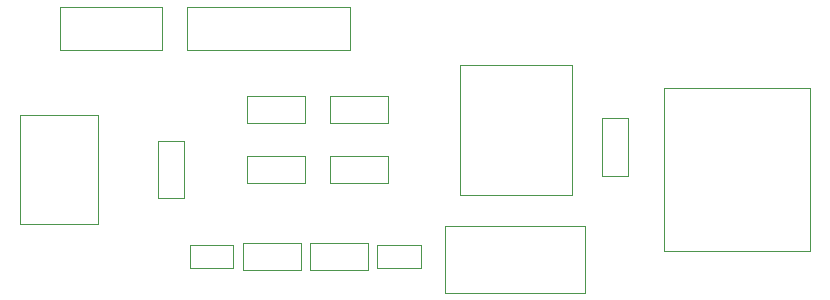
<source format=gbr>
%TF.GenerationSoftware,KiCad,Pcbnew,5.1.6-c6e7f7d~86~ubuntu18.04.1*%
%TF.CreationDate,2020-05-25T18:48:25+02:00*%
%TF.ProjectId,ft232rl_converter_v2,66743233-3272-46c5-9f63-6f6e76657274,1.0*%
%TF.SameCoordinates,PX4d83c00PY525bfc0*%
%TF.FileFunction,Other,User*%
%FSLAX46Y46*%
G04 Gerber Fmt 4.6, Leading zero omitted, Abs format (unit mm)*
G04 Created by KiCad (PCBNEW 5.1.6-c6e7f7d~86~ubuntu18.04.1) date 2020-05-25 18:48:25*
%MOMM*%
%LPD*%
G01*
G04 APERTURE LIST*
%ADD10C,0.050000*%
G04 APERTURE END LIST*
D10*
%TO.C,J1*%
X-1360000Y8100000D02*
X-1360000Y17300000D01*
X5240000Y8100000D02*
X-1360000Y8100000D01*
X5240000Y17300000D02*
X5240000Y8100000D01*
X-1360000Y17300000D02*
X5240000Y17300000D01*
%TO.C,C1*%
X22770000Y13820000D02*
X22770000Y11580000D01*
X22770000Y11580000D02*
X17870000Y11580000D01*
X17870000Y11580000D02*
X17870000Y13820000D01*
X17870000Y13820000D02*
X22770000Y13820000D01*
%TO.C,C2*%
X10310000Y15150000D02*
X12550000Y15150000D01*
X12550000Y15150000D02*
X12550000Y10250000D01*
X12550000Y10250000D02*
X10310000Y10250000D01*
X10310000Y10250000D02*
X10310000Y15150000D01*
%TO.C,C3*%
X24855000Y11580000D02*
X24855000Y13820000D01*
X24855000Y13820000D02*
X29755000Y13820000D01*
X29755000Y13820000D02*
X29755000Y11580000D01*
X29755000Y11580000D02*
X24855000Y11580000D01*
%TO.C,C4*%
X50142000Y12155000D02*
X47902000Y12155000D01*
X47902000Y12155000D02*
X47902000Y17055000D01*
X47902000Y17055000D02*
X50142000Y17055000D01*
X50142000Y17055000D02*
X50142000Y12155000D01*
%TO.C,D1*%
X17489000Y4214000D02*
X17489000Y6454000D01*
X17489000Y6454000D02*
X22389000Y6454000D01*
X22389000Y6454000D02*
X22389000Y4214000D01*
X22389000Y4214000D02*
X17489000Y4214000D01*
%TO.C,D2*%
X28104000Y6454000D02*
X28104000Y4214000D01*
X28104000Y4214000D02*
X23204000Y4214000D01*
X23204000Y4214000D02*
X23204000Y6454000D01*
X23204000Y6454000D02*
X28104000Y6454000D01*
%TO.C,FB1*%
X22770000Y18900000D02*
X22770000Y16660000D01*
X22770000Y16660000D02*
X17870000Y16660000D01*
X17870000Y16660000D02*
X17870000Y18900000D01*
X17870000Y18900000D02*
X22770000Y18900000D01*
%TO.C,J2*%
X53191000Y19580000D02*
X53191000Y5830000D01*
X53191000Y5830000D02*
X65541000Y5830000D01*
X65541000Y5830000D02*
X65541000Y19580000D01*
X65541000Y19580000D02*
X53191000Y19580000D01*
%TO.C,J3*%
X26565000Y26438000D02*
X12815000Y26438000D01*
X12815000Y26438000D02*
X12815000Y22838000D01*
X12815000Y22838000D02*
X26565000Y22838000D01*
X26565000Y22838000D02*
X26565000Y26438000D01*
%TO.C,JP1*%
X2010000Y22838000D02*
X10660000Y22838000D01*
X10660000Y22838000D02*
X10660000Y26438000D01*
X10660000Y26438000D02*
X2010000Y26438000D01*
X2010000Y26438000D02*
X2010000Y22838000D01*
%TO.C,R1*%
X16709000Y6284000D02*
X16709000Y4384000D01*
X16709000Y4384000D02*
X13009000Y4384000D01*
X13009000Y4384000D02*
X13009000Y6284000D01*
X13009000Y6284000D02*
X16709000Y6284000D01*
%TO.C,R2*%
X28884000Y4384000D02*
X28884000Y6284000D01*
X28884000Y6284000D02*
X32584000Y6284000D01*
X32584000Y6284000D02*
X32584000Y4384000D01*
X32584000Y4384000D02*
X28884000Y4384000D01*
%TO.C,R3*%
X24855000Y16660000D02*
X24855000Y18900000D01*
X24855000Y18900000D02*
X29755000Y18900000D01*
X29755000Y18900000D02*
X29755000Y16660000D01*
X29755000Y16660000D02*
X24855000Y16660000D01*
%TO.C,U1*%
X45355000Y10565000D02*
X45355000Y21565000D01*
X35855000Y10565000D02*
X35855000Y21565000D01*
X45355000Y10565000D02*
X35855000Y10565000D01*
X45355000Y21565000D02*
X35855000Y21565000D01*
%TO.C,Y1*%
X34600000Y7880000D02*
X34600000Y2280000D01*
X34600000Y2280000D02*
X46500000Y2280000D01*
X46500000Y2280000D02*
X46500000Y7880000D01*
X46500000Y7880000D02*
X34600000Y7880000D01*
%TD*%
M02*

</source>
